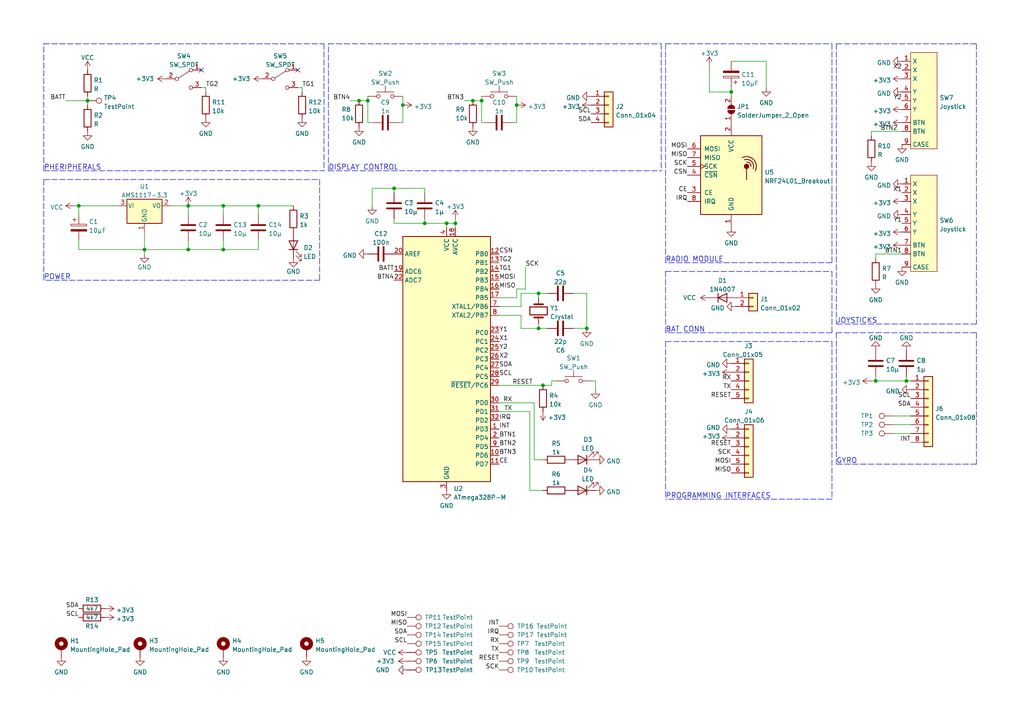
<source format=kicad_sch>
(kicad_sch (version 20211123) (generator eeschema)
  (paper "A4")
  (title_block (title "RC Transmitter") (date "2022-06-02") (rev "1"))
  (lib_symbols
    (symbol "Connector:TestPoint" (pin_numbers hide) (pin_names (offset 0.762) hide)
      (property "Reference" "TP" (at 0 6.858 0))
      (property "Value" "TestPoint" (at 0 5.08 0))
      (symbol "TestPoint_1_1"
        (pin passive line (at 0 0 90) (length 2.54) (name "1") (number "1"))
      )
    )
    (symbol "Connector_Generic:Conn_01x02" (pin_names (offset 1.016) hide)
      (property "Reference" "J" (at 0 2.54 0))
      (property "Value" "Conn_01x02" (at 0 -5.08 0))
      (symbol "Conn_01x02_1_1"
        (pin passive line (at -5.08 0 0) (length 3.81) (name "Pin_1") (number "1"))
        (pin passive line (at -5.08 -2.54 0) (length 3.81) (name "Pin_2") (number "2"))
      )
    )
    (symbol "Connector_Generic:Conn_01x04" (pin_names (offset 1.016) hide)
      (property "Reference" "J" (at 0 5.08 0))
      (property "Value" "Conn_01x04" (at 0 -7.62 0))
      (symbol "Conn_01x04_1_1"
        (pin passive line (at -5.08 2.54 0) (length 3.81) (name "Pin_1") (number "1"))
        (pin passive line (at -5.08 0 0) (length 3.81) (name "Pin_2") (number "2"))
        (pin passive line (at -5.08 -2.54 0) (length 3.81) (name "Pin_3") (number "3"))
        (pin passive line (at -5.08 -5.08 0) (length 3.81) (name "Pin_4") (number "4"))
      )
    )
    (symbol "Connector_Generic:Conn_01x05" (pin_names (offset 1.016) hide)
      (property "Reference" "J" (at 0 7.62 0))
      (property "Value" "Conn_01x05" (at 0 -7.62 0))
      (symbol "Conn_01x05_1_1"
        (pin passive line (at -5.08 5.08 0) (length 3.81) (name "Pin_1") (number "1"))
        (pin passive line (at -5.08 2.54 0) (length 3.81) (name "Pin_2") (number "2"))
        (pin passive line (at -5.08 0 0) (length 3.81) (name "Pin_3") (number "3"))
        (pin passive line (at -5.08 -2.54 0) (length 3.81) (name "Pin_4") (number "4"))
        (pin passive line (at -5.08 -5.08 0) (length 3.81) (name "Pin_5") (number "5"))
      )
    )
    (symbol "Connector_Generic:Conn_01x06" (pin_names (offset 1.016) hide)
      (property "Reference" "J" (at 0 7.62 0))
      (property "Value" "Conn_01x06" (at 0 -10.16 0))
      (symbol "Conn_01x06_1_1"
        (pin passive line (at -5.08 5.08 0) (length 3.81) (name "Pin_1") (number "1"))
        (pin passive line (at -5.08 2.54 0) (length 3.81) (name "Pin_2") (number "2"))
        (pin passive line (at -5.08 0 0) (length 3.81) (name "Pin_3") (number "3"))
        (pin passive line (at -5.08 -2.54 0) (length 3.81) (name "Pin_4") (number "4"))
        (pin passive line (at -5.08 -5.08 0) (length 3.81) (name "Pin_5") (number "5"))
        (pin passive line (at -5.08 -7.62 0) (length 3.81) (name "Pin_6") (number "6"))
      )
    )
    (symbol "Connector_Generic:Conn_01x08" (pin_names (offset 1.016) hide)
      (property "Reference" "J" (at 0 10.16 0))
      (property "Value" "Conn_01x08" (at 0 -12.7 0))
      (symbol "Conn_01x08_1_1"
        (pin passive line (at -5.08 7.62 0) (length 3.81) (name "Pin_1") (number "1"))
        (pin passive line (at -5.08 5.08 0) (length 3.81) (name "Pin_2") (number "2"))
        (pin passive line (at -5.08 2.54 0) (length 3.81) (name "Pin_3") (number "3"))
        (pin passive line (at -5.08 0 0) (length 3.81) (name "Pin_4") (number "4"))
        (pin passive line (at -5.08 -2.54 0) (length 3.81) (name "Pin_5") (number "5"))
        (pin passive line (at -5.08 -5.08 0) (length 3.81) (name "Pin_6") (number "6"))
        (pin passive line (at -5.08 -7.62 0) (length 3.81) (name "Pin_7") (number "7"))
        (pin passive line (at -5.08 -10.16 0) (length 3.81) (name "Pin_8") (number "8"))
      )
    )
    (symbol "Device:C" (pin_numbers hide) (pin_names (offset 0.254))
      (property "Reference" "C" (at 0.635 2.54 0))
      (property "Value" "C" (at 0.635 -2.54 0))
      (symbol "C_1_1"
        (pin passive line (at 0 3.81 270) (length 2.794) (name "~") (number "1"))
        (pin passive line (at 0 -3.81 90) (length 2.794) (name "~") (number "2"))
      )
    )
    (symbol "Device:C_Polarized" (pin_numbers hide) (pin_names (offset 0.254))
      (property "Reference" "C" (at 0.635 2.54 0))
      (property "Value" "C_Polarized" (at 0.635 -2.54 0))
      (symbol "C_Polarized_1_1"
        (pin passive line (at 0 3.81 270) (length 2.794) (name "~") (number "1"))
        (pin passive line (at 0 -3.81 90) (length 2.794) (name "~") (number "2"))
      )
    )
    (symbol "Device:Crystal" (pin_numbers hide) (pin_names (offset 1.016) hide)
      (property "Reference" "Y" (at 0 3.81 0))
      (property "Value" "Crystal" (at 0 -3.81 0))
      (symbol "Crystal_1_1"
        (pin passive line (at -3.81 0 0) (length 1.27) (name "1") (number "1"))
        (pin passive line (at 3.81 0 180) (length 1.27) (name "2") (number "2"))
      )
    )
    (symbol "Device:D" (pin_numbers hide) (pin_names (offset 1.016) hide)
      (property "Reference" "D" (at 0 2.54 0))
      (property "Value" "D" (at 0 -2.54 0))
      (symbol "D_1_1"
        (pin passive line (at -3.81 0 0) (length 2.54) (name "K") (number "1"))
        (pin passive line (at 3.81 0 180) (length 2.54) (name "A") (number "2"))
      )
    )
    (symbol "Device:LED" (pin_numbers hide) (pin_names (offset 1.016) hide)
      (property "Reference" "D" (at 0 2.54 0))
      (property "Value" "LED" (at 0 -2.54 0))
      (symbol "LED_1_1"
        (pin passive line (at -3.81 0 0) (length 2.54) (name "K") (number "1"))
        (pin passive line (at 3.81 0 180) (length 2.54) (name "A") (number "2"))
      )
    )
    (symbol "Device:R" (pin_numbers hide) (pin_names (offset 0))
      (property "Reference" "R" (at 2.032 0 90))
      (property "Value" "R" (at 0 0 90))
      (symbol "R_1_1"
        (pin passive line (at 0 3.81 270) (length 1.27) (name "~") (number "1"))
        (pin passive line (at 0 -3.81 90) (length 1.27) (name "~") (number "2"))
      )
    )
    (symbol "Joystick_1"
      (property "Reference" "SW?" (at 0 7.62 0))
      (property "Value" "Joystick_1" (at 1.27 5.08 0))
      (symbol "Joystick_1_1_1"
        (pin input line (at -5.08 1.27 0) (length 2.54) (name "X") (number "1"))
        (pin input line (at -5.08 -1.27 0) (length 2.54) (name "X") (number "2"))
        (pin input line (at -5.08 -3.81 0) (length 2.54) (name "X") (number "3"))
        (pin input line (at -5.08 -7.62 0) (length 2.54) (name "Y") (number "4"))
        (pin input line (at -5.08 -10.16 0) (length 2.54) (name "Y") (number "5"))
        (pin input line (at -5.08 -12.7 0) (length 2.54) (name "Y") (number "6"))
        (pin input line (at -5.08 -16.51 0) (length 2.54) (name "BTN") (number "7"))
        (pin input line (at -5.08 -19.05 0) (length 2.54) (name "BTN") (number "8"))
        (pin input line (at -5.08 -22.86 0) (length 2.54) (name "CASE") (number "9"))
      )
    )
    (symbol "Joystick_2"
      (property "Reference" "SW?" (at 0 7.62 0))
      (property "Value" "Joystick_2" (at 1.27 5.08 0))
      (symbol "Joystick_2_1_1"
        (pin input line (at -5.08 1.27 0) (length 2.54) (name "X") (number "1"))
        (pin input line (at -5.08 -1.27 0) (length 2.54) (name "X") (number "2"))
        (pin input line (at -5.08 -3.81 0) (length 2.54) (name "X") (number "3"))
        (pin input line (at -5.08 -7.62 0) (length 2.54) (name "Y") (number "4"))
        (pin input line (at -5.08 -10.16 0) (length 2.54) (name "Y") (number "5"))
        (pin input line (at -5.08 -12.7 0) (length 2.54) (name "Y") (number "6"))
        (pin input line (at -5.08 -16.51 0) (length 2.54) (name "BTN") (number "7"))
        (pin input line (at -5.08 -19.05 0) (length 2.54) (name "BTN") (number "8"))
        (pin input line (at -5.08 -22.86 0) (length 2.54) (name "CASE") (number "9"))
      )
    )
    (symbol "Jumper:SolderJumper_2_Open" (pin_names (offset 0) hide)
      (property "Reference" "JP" (at 0 2.032 0))
      (property "Value" "SolderJumper_2_Open" (at 0 -2.54 0))
      (symbol "SolderJumper_2_Open_1_1"
        (pin passive line (at -3.81 0 0) (length 2.54) (name "A") (number "1"))
        (pin passive line (at 3.81 0 180) (length 2.54) (name "B") (number "2"))
      )
    )
    (symbol "MCU_Microchip_ATmega:ATmega328P-M"
      (property "Reference" "U" (at -12.7 36.83 0))
      (property "Value" "ATmega328P-M" (at 2.54 -36.83 0))
      (symbol "ATmega328P-M_1_1"
        (pin bidirectional line (at 15.24 -20.32 180) (length 2.54) (name "PD3") (number "1"))
        (pin bidirectional line (at 15.24 -27.94 180) (length 2.54) (name "PD6") (number "10"))
        (pin bidirectional line (at 15.24 -30.48 180) (length 2.54) (name "PD7") (number "11"))
        (pin bidirectional line (at 15.24 30.48 180) (length 2.54) (name "PB0") (number "12"))
        (pin bidirectional line (at 15.24 27.94 180) (length 2.54) (name "PB1") (number "13"))
        (pin bidirectional line (at 15.24 25.4 180) (length 2.54) (name "PB2") (number "14"))
        (pin bidirectional line (at 15.24 22.86 180) (length 2.54) (name "PB3") (number "15"))
        (pin bidirectional line (at 15.24 20.32 180) (length 2.54) (name "PB4") (number "16"))
        (pin bidirectional line (at 15.24 17.78 180) (length 2.54) (name "PB5") (number "17"))
        (pin power_in line (at 2.54 38.1 270) (length 2.54) (name "AVCC") (number "18"))
        (pin input line (at -15.24 25.4 0) (length 2.54) (name "ADC6") (number "19"))
        (pin bidirectional line (at 15.24 -22.86 180) (length 2.54) (name "PD4") (number "2"))
        (pin passive line (at -15.24 30.48 0) (length 2.54) (name "AREF") (number "20"))
        (pin passive line (at 0 -38.1 90) (length 2.54) hide (name "GND") (number "21"))
        (pin input line (at -15.24 22.86 0) (length 2.54) (name "ADC7") (number "22"))
        (pin bidirectional line (at 15.24 7.62 180) (length 2.54) (name "PC0") (number "23"))
        (pin bidirectional line (at 15.24 5.08 180) (length 2.54) (name "PC1") (number "24"))
        (pin bidirectional line (at 15.24 2.54 180) (length 2.54) (name "PC2") (number "25"))
        (pin bidirectional line (at 15.24 0 180) (length 2.54) (name "PC3") (number "26"))
        (pin bidirectional line (at 15.24 -2.54 180) (length 2.54) (name "PC4") (number "27"))
        (pin bidirectional line (at 15.24 -5.08 180) (length 2.54) (name "PC5") (number "28"))
        (pin bidirectional line (at 15.24 -7.62 180) (length 2.54) (name "~{RESET}/PC6") (number "29"))
        (pin power_in line (at 0 -38.1 90) (length 2.54) (name "GND") (number "3"))
        (pin bidirectional line (at 15.24 -12.7 180) (length 2.54) (name "PD0") (number "30"))
        (pin bidirectional line (at 15.24 -15.24 180) (length 2.54) (name "PD1") (number "31"))
        (pin bidirectional line (at 15.24 -17.78 180) (length 2.54) (name "PD2") (number "32"))
        (pin passive line (at 0 -38.1 90) (length 2.54) hide (name "GND") (number "33"))
        (pin power_in line (at 0 38.1 270) (length 2.54) (name "VCC") (number "4"))
        (pin passive line (at 0 -38.1 90) (length 2.54) hide (name "GND") (number "5"))
        (pin passive line (at 0 38.1 270) (length 2.54) hide (name "VCC") (number "6"))
        (pin bidirectional line (at 15.24 15.24 180) (length 2.54) (name "XTAL1/PB6") (number "7"))
        (pin bidirectional line (at 15.24 12.7 180) (length 2.54) (name "XTAL2/PB7") (number "8"))
        (pin bidirectional line (at 15.24 -25.4 180) (length 2.54) (name "PD5") (number "9"))
      )
    )
    (symbol "Mechanical:MountingHole_Pad" (pin_numbers hide) (pin_names (offset 1.016) hide)
      (property "Reference" "H" (at 0 6.35 0))
      (property "Value" "MountingHole_Pad" (at 0 4.445 0))
      (symbol "MountingHole_Pad_1_1"
        (pin input line (at 0 -2.54 90) (length 2.54) (name "1") (number "1"))
      )
    )
    (symbol "RF:NRF24L01_Breakout" (pin_names (offset 1.016))
      (property "Reference" "U" (at -8.89 12.7 0))
      (property "Value" "NRF24L01_Breakout" (at 3.81 12.7 0))
      (symbol "NRF24L01_Breakout_1_1"
        (pin power_in line (at 0 -15.24 90) (length 3.81) (name "GND") (number "1"))
        (pin power_in line (at 0 15.24 270) (length 3.81) (name "VCC") (number "2"))
        (pin input line (at -12.7 -5.08 0) (length 3.81) (name "CE") (number "3"))
        (pin input line (at -12.7 0 0) (length 3.81) (name "~{CSN}") (number "4"))
        (pin input clock (at -12.7 2.54 0) (length 3.81) (name "SCK") (number "5"))
        (pin input line (at -12.7 7.62 0) (length 3.81) (name "MOSI") (number "6"))
        (pin output line (at -12.7 5.08 0) (length 3.81) (name "MISO") (number "7"))
        (pin output line (at -12.7 -7.62 0) (length 3.81) (name "IRQ") (number "8"))
      )
    )
    (symbol "Regulator_Linear:AMS1117-3.3" (pin_names (offset 0.254))
      (property "Reference" "U" (at -3.81 3.175 0))
      (property "Value" "AMS1117-3.3" (at 0 3.175 0))
      (symbol "AMS1117-3.3_1_1"
        (pin power_in line (at 0 -7.62 90) (length 2.54) (name "GND") (number "1"))
        (pin power_out line (at 7.62 0 180) (length 2.54) (name "VO") (number "2"))
        (pin power_in line (at -7.62 0 0) (length 2.54) (name "VI") (number "3"))
      )
    )
    (symbol "Switch:SW_Push" (pin_numbers hide) (pin_names (offset 1.016) hide)
      (property "Reference" "SW" (at 1.27 2.54 0))
      (property "Value" "SW_Push" (at 0 -1.524 0))
      (symbol "SW_Push_0_1"
        (pin passive line (at -5.08 0 0) (length 2.54) (name "1") (number "1"))
        (pin passive line (at 5.08 0 180) (length 2.54) (name "2") (number "2"))
      )
    )
    (symbol "Switch:SW_SPDT" (pin_names (offset 0) hide)
      (property "Reference" "SW" (at 0 4.318 0))
      (property "Value" "SW_SPDT" (at 0 -5.08 0))
      (symbol "SW_SPDT_1_1"
        (pin passive line (at 5.08 2.54 180) (length 2.54) (name "A") (number "1"))
        (pin passive line (at -5.08 0 0) (length 2.54) (name "B") (number "2"))
        (pin passive line (at 5.08 -2.54 180) (length 2.54) (name "C") (number "3"))
      )
    )
    (symbol "power:+3.3V" (power) (pin_names (offset 0))
      (property "Value" "+3.3V" (at 0 3.556 0))
      (symbol "+3.3V_1_1"
        (pin power_in line (at 0 0 90) (length 0) hide (name "+3V3") (number "1"))
      )
    )
    (symbol "power:GND" (power) (pin_names (offset 0))
      (property "Value" "GND" (at 0 -3.81 0))
      (symbol "GND_1_1"
        (pin power_in line (at 0 0 270) (length 0) hide (name "GND") (number "1"))
      )
    )
    (symbol "power:VCC" (power) (pin_names (offset 0))
      (property "Value" "VCC" (at 0 3.81 0))
      (symbol "VCC_1_1"
        (pin power_in line (at 0 0 90) (length 0) hide (name "VCC") (number "1"))
      )
    )
  )
  (junction (at 129.54 64.77))
  (junction (at 156.21 85.09))
  (junction (at 64.77 72.39))
  (junction (at 132.08 64.77))
  (junction (at 262.89 110.49))
  (junction (at 114.3 54.61))
  (junction (at 74.93 59.69))
  (junction (at 170.18 95.25))
  (junction (at 25.4 29.21))
  (junction (at 123.19 64.77))
  (junction (at 212.09 26.67))
  (junction (at 106.68 29.21))
  (junction (at 149.86 30.48))
  (junction (at 64.77 59.69))
  (junction (at 41.91 72.39))
  (junction (at 116.84 30.48))
  (junction (at 156.21 95.25))
  (junction (at 137.16 29.21))
  (junction (at 254 110.49))
  (junction (at 157.48 111.76))
  (junction (at 139.7 29.21))
  (junction (at 54.61 59.69))
  (junction (at 104.14 29.21))
  (junction (at 54.61 72.39))
  (junction (at 22.86 59.69))
  (no_connect (at 86.36 20.32))
  (no_connect (at 58.42 20.32))
  (polyline (pts (xy 193.04 12.7) (xy 241.3 12.7)))
  (wire (pts (xy 259.08 125.73) (xy 264.16 125.73)))
  (polyline (pts (xy 92.71 81.28) (xy 12.7 81.28)))
  (polyline (pts (xy 93.98 12.7) (xy 93.98 49.53)))
  (wire (pts (xy 205.74 19.05) (xy 205.74 26.67)))
  (wire (pts (xy 58.42 25.4) (xy 59.69 25.4)))
  (polyline (pts (xy 241.3 99.06) (xy 241.3 144.78)))
  (wire (pts (xy 19.05 29.21) (xy 25.4 29.21)))
  (wire (pts (xy 212.09 25.4) (xy 212.09 26.67)))
  (wire (pts (xy 156.21 85.09) (xy 156.21 86.36)))
  (wire (pts (xy 25.4 27.94) (xy 25.4 29.21)))
  (wire (pts (xy 101.6 29.21) (xy 104.14 29.21)))
  (polyline (pts (xy 95.25 12.7) (xy 191.77 12.7)))
  (wire (pts (xy 254 73.66) (xy 261.62 73.66)))
  (wire (pts (xy 212.09 17.78) (xy 222.25 17.78)))
  (wire (pts (xy 171.45 110.49) (xy 172.72 110.49)))
  (wire (pts (xy 54.61 59.69) (xy 64.77 59.69)))
  (wire (pts (xy 158.75 85.09) (xy 156.21 85.09)))
  (wire (pts (xy 114.3 54.61) (xy 114.3 55.88)))
  (wire (pts (xy 156.21 95.25) (xy 158.75 95.25)))
  (wire (pts (xy 74.93 59.69) (xy 85.09 59.69)))
  (polyline (pts (xy 241.3 12.7) (xy 241.3 76.2)))
  (wire (pts (xy 41.91 67.31) (xy 41.91 72.39)))
  (polyline (pts (xy 12.7 49.53) (xy 12.7 12.7)))
  (wire (pts (xy 132.08 63.5) (xy 132.08 64.77)))
  (wire (pts (xy 157.48 133.35) (xy 154.94 133.35)))
  (polyline (pts (xy 241.3 76.2) (xy 193.04 76.2)))
  (polyline (pts (xy 193.04 99.06) (xy 241.3 99.06)))
  (wire (pts (xy 21.59 59.69) (xy 22.86 59.69)))
  (wire (pts (xy 123.19 54.61) (xy 123.19 55.88)))
  (wire (pts (xy 34.29 59.69) (xy 22.86 59.69)))
  (wire (pts (xy 166.37 95.25) (xy 170.18 95.25)))
  (wire (pts (xy 139.7 35.56) (xy 140.97 35.56)))
  (polyline (pts (xy 193.04 78.74) (xy 193.04 96.52)))
  (polyline (pts (xy 283.21 134.62) (xy 242.57 134.62)))
  (wire (pts (xy 74.93 59.69) (xy 74.93 62.23)))
  (wire (pts (xy 153.67 119.38) (xy 144.78 119.38)))
  (wire (pts (xy 22.86 59.69) (xy 22.86 62.23)))
  (wire (pts (xy 254 109.22) (xy 254 110.49)))
  (wire (pts (xy 212.09 26.67) (xy 212.09 27.94)))
  (wire (pts (xy 161.29 110.49) (xy 160.02 110.49)))
  (wire (pts (xy 259.08 123.19) (xy 264.16 123.19)))
  (polyline (pts (xy 242.57 12.7) (xy 283.21 12.7)))
  (wire (pts (xy 151.13 85.09) (xy 151.13 88.9)))
  (wire (pts (xy 156.21 93.98) (xy 156.21 95.25)))
  (wire (pts (xy 160.02 110.49) (xy 160.02 111.76)))
  (wire (pts (xy 106.68 29.21) (xy 106.68 35.56)))
  (polyline (pts (xy 95.25 49.53) (xy 95.25 12.7)))
  (wire (pts (xy 114.3 54.61) (xy 123.19 54.61)))
  (wire (pts (xy 149.86 35.56) (xy 148.59 35.56)))
  (wire (pts (xy 132.08 66.04) (xy 132.08 64.77)))
  (wire (pts (xy 54.61 72.39) (xy 41.91 72.39)))
  (wire (pts (xy 172.72 110.49) (xy 172.72 113.03)))
  (wire (pts (xy 144.78 91.44) (xy 151.13 91.44)))
  (wire (pts (xy 59.69 25.4) (xy 59.69 26.67)))
  (polyline (pts (xy 95.25 49.53) (xy 191.77 49.53)))
  (polyline (pts (xy 12.7 52.07) (xy 92.71 52.07)))
  (wire (pts (xy 114.3 63.5) (xy 114.3 64.77)))
  (wire (pts (xy 64.77 59.69) (xy 64.77 62.23)))
  (wire (pts (xy 154.94 133.35) (xy 154.94 116.84)))
  (wire (pts (xy 254 110.49) (xy 262.89 110.49)))
  (wire (pts (xy 151.13 91.44) (xy 151.13 95.25)))
  (polyline (pts (xy 193.04 78.74) (xy 241.3 78.74)))
  (polyline (pts (xy 242.57 96.52) (xy 283.21 96.52)))
  (polyline (pts (xy 92.71 52.07) (xy 92.71 81.28)))
  (wire (pts (xy 149.86 83.82) (xy 149.86 86.36)))
  (wire (pts (xy 134.62 29.21) (xy 137.16 29.21)))
  (wire (pts (xy 157.48 142.24) (xy 153.67 142.24)))
  (wire (pts (xy 154.94 116.84) (xy 144.78 116.84)))
  (wire (pts (xy 64.77 69.85) (xy 64.77 72.39)))
  (wire (pts (xy 139.7 27.94) (xy 139.7 29.21)))
  (wire (pts (xy 151.13 95.25) (xy 156.21 95.25)))
  (wire (pts (xy 86.36 25.4) (xy 87.63 25.4)))
  (wire (pts (xy 22.86 69.85) (xy 22.86 72.39)))
  (wire (pts (xy 205.74 26.67) (xy 212.09 26.67)))
  (wire (pts (xy 252.73 39.37) (xy 252.73 38.1)))
  (wire (pts (xy 139.7 29.21) (xy 139.7 35.56)))
  (wire (pts (xy 64.77 59.69) (xy 74.93 59.69)))
  (wire (pts (xy 262.89 110.49) (xy 262.89 109.22)))
  (wire (pts (xy 106.68 35.56) (xy 107.95 35.56)))
  (wire (pts (xy 123.19 64.77) (xy 129.54 64.77)))
  (wire (pts (xy 22.86 72.39) (xy 41.91 72.39)))
  (wire (pts (xy 152.4 83.82) (xy 149.86 83.82)))
  (wire (pts (xy 153.67 142.24) (xy 153.67 119.38)))
  (wire (pts (xy 144.78 111.76) (xy 157.48 111.76)))
  (polyline (pts (xy 12.7 52.07) (xy 12.7 81.28)))
  (wire (pts (xy 74.93 69.85) (xy 74.93 72.39)))
  (wire (pts (xy 137.16 29.21) (xy 139.7 29.21)))
  (wire (pts (xy 252.73 38.1) (xy 261.62 38.1)))
  (wire (pts (xy 25.4 29.21) (xy 25.4 30.48)))
  (wire (pts (xy 49.53 59.69) (xy 54.61 59.69)))
  (polyline (pts (xy 283.21 12.7) (xy 283.21 93.98)))
  (wire (pts (xy 259.08 120.65) (xy 264.16 120.65)))
  (polyline (pts (xy 283.21 93.98) (xy 242.57 93.98)))
  (wire (pts (xy 116.84 27.94) (xy 116.84 30.48)))
  (polyline (pts (xy 283.21 96.52) (xy 283.21 134.62)))
  (wire (pts (xy 152.4 77.47) (xy 152.4 83.82)))
  (wire (pts (xy 132.08 64.77) (xy 129.54 64.77)))
  (polyline (pts (xy 12.7 12.7) (xy 93.98 12.7)))
  (wire (pts (xy 144.78 86.36) (xy 149.86 86.36)))
  (wire (pts (xy 254 74.93) (xy 254 73.66)))
  (polyline (pts (xy 242.57 96.52) (xy 242.57 134.62)))
  (wire (pts (xy 87.63 25.4) (xy 87.63 26.67)))
  (wire (pts (xy 149.86 30.48) (xy 149.86 35.56)))
  (wire (pts (xy 149.86 27.94) (xy 149.86 30.48)))
  (wire (pts (xy 54.61 69.85) (xy 54.61 72.39)))
  (polyline (pts (xy 193.04 99.06) (xy 193.04 144.78)))
  (wire (pts (xy 107.95 54.61) (xy 107.95 59.69)))
  (wire (pts (xy 41.91 72.39) (xy 41.91 73.66)))
  (polyline (pts (xy 241.3 78.74) (xy 241.3 96.52)))
  (wire (pts (xy 252.73 110.49) (xy 254 110.49)))
  (wire (pts (xy 74.93 72.39) (xy 64.77 72.39)))
  (polyline (pts (xy 12.7 49.53) (xy 93.98 49.53)))
  (wire (pts (xy 156.21 85.09) (xy 151.13 85.09)))
  (wire (pts (xy 114.3 64.77) (xy 123.19 64.77)))
  (polyline (pts (xy 191.77 12.7) (xy 191.77 49.53)))
  (wire (pts (xy 54.61 59.69) (xy 54.61 62.23)))
  (wire (pts (xy 116.84 35.56) (xy 115.57 35.56)))
  (polyline (pts (xy 242.57 12.7) (xy 242.57 93.98)))
  (wire (pts (xy 264.16 110.49) (xy 262.89 110.49)))
  (wire (pts (xy 104.14 29.21) (xy 106.68 29.21)))
  (wire (pts (xy 129.54 64.77) (xy 129.54 66.04)))
  (wire (pts (xy 116.84 30.48) (xy 116.84 35.56)))
  (wire (pts (xy 123.19 63.5) (xy 123.19 64.77)))
  (wire (pts (xy 222.25 17.78) (xy 222.25 25.4)))
  (wire (pts (xy 157.48 111.76) (xy 160.02 111.76)))
  (polyline (pts (xy 241.3 144.78) (xy 193.04 144.78)))
  (wire (pts (xy 151.13 88.9) (xy 144.78 88.9)))
  (wire (pts (xy 166.37 85.09) (xy 170.18 85.09)))
  (polyline (pts (xy 241.3 96.52) (xy 193.04 96.52)))
  (wire (pts (xy 106.68 27.94) (xy 106.68 29.21)))
  (polyline (pts (xy 193.04 12.7) (xy 193.04 76.2)))
  (wire (pts (xy 170.18 85.09) (xy 170.18 95.25)))
  (wire (pts (xy 64.77 72.39) (xy 54.61 72.39)))
  (wire (pts (xy 107.95 54.61) (xy 114.3 54.61)))
  (text "PROGRAMMING INTERFACES" (at 193.04 144.78 0) (effects (font (size 1.5 1.5)) (justify left bottom)))
  (text "PHERIPHERALS" (at 12.7 49.53 0) (effects (font (size 1.5 1.5)) (justify left bottom)))
  (text "JOYSTICKS" (at 242.57 93.98 0) (effects (font (size 1.5 1.5)) (justify left bottom)))
  (text "GYRO" (at 242.57 134.62 0) (effects (font (size 1.5 1.5)) (justify left bottom)))
  (text "RADIO MODULE" (at 193.04 76.2 0) (effects (font (size 1.5 1.5)) (justify left bottom)))
  (text "BAT CONN" (at 193.04 96.52 0) (effects (font (size 1.5 1.5)) (justify left bottom)))
  (text "DISPLAY CONTROL" (at 95.25 49.53 0) (effects (font (size 1.5 1.5)) (justify left bottom)))
  (text "POWER" (at 12.7 81.28 0) (effects (font (size 1.5 1.5)) (justify left bottom)))
  (label "TX" (at 144.78 189.23 180))
  (label "SDA" (at 118.11 184.15 180))
  (label "X2" (at 261.62 20.32 180))
  (label "TX" (at 212.09 113.03 180))
  (label "SCK" (at 144.78 194.31 180))
  (label "SCL" (at 171.45 33.02 180))
  (label "BTN2" (at 144.78 129.54 0))
  (label "CE" (at 199.39 55.88 180))
  (label "IRQ" (at 144.78 121.92 0))
  (label "SDA" (at 144.78 106.68 0))
  (label "SDA" (at 264.16 118.11 180))
  (label "Y1" (at 144.78 96.52 0))
  (label "SCL" (at 118.11 186.69 180))
  (label "X1" (at 144.78 99.06 0))
  (label "RESET" (at 212.09 115.57 180))
  (label "MOSI" (at 212.09 134.62 180))
  (label "RESET" (at 212.09 129.54 180))
  (label "SCK" (at 212.09 132.08 180))
  (label "MISO" (at 118.11 181.61 180))
  (label "MOSI" (at 118.11 179.07 180))
  (label "MOSI" (at 199.39 43.18 180))
  (label "MISO" (at 144.78 83.82 0))
  (label "IRQ" (at 144.78 184.15 180))
  (label "BTN4" (at 114.3 81.28 180))
  (label "SCL" (at 22.86 179.07 180))
  (label "RESET" (at 144.78 191.77 180))
  (label "TX" (at 148.59 119.38 180))
  (label "TG1" (at 87.63 25.4 0))
  (label "BTN4" (at 101.6 29.21 180))
  (label "INT" (at 144.78 124.46 0))
  (label "RX" (at 212.09 110.49 180))
  (label "Y1" (at 261.62 64.77 180))
  (label "X1" (at 261.62 55.88 180))
  (label "BTN3" (at 144.78 132.08 0))
  (label "SCK" (at 152.4 77.47 0))
  (label "IRQ" (at 199.39 58.42 180))
  (label "SCL" (at 264.16 115.57 180))
  (label "Y2" (at 144.78 101.6 0))
  (label "SCL" (at 144.78 109.22 0))
  (label "BTN2" (at 260.35 38.1 180))
  (label "CSN" (at 199.39 50.8 180))
  (label "INT" (at 144.78 181.61 180))
  (label "BTN1" (at 261.62 73.66 180))
  (label "Y2" (at 261.62 29.21 180))
  (label "MOSI" (at 144.78 81.28 0))
  (label "X2" (at 144.78 104.14 0))
  (label "RX" (at 144.78 186.69 180))
  (label "MISO" (at 212.09 137.16 180))
  (label "BTN3" (at 134.62 29.21 180))
  (label "RESET" (at 148.59 111.76 0))
  (label "SDA" (at 22.86 176.53 180))
  (label "INT" (at 264.16 128.27 180))
  (label "MISO" (at 199.39 45.72 180))
  (label "BATT" (at 19.05 29.21 180))
  (label "SDA" (at 171.45 35.56 180))
  (label "TG2" (at 144.78 76.2 0))
  (label "RX" (at 148.59 116.84 180))
  (label "SCK" (at 199.39 48.26 180))
  (label "BATT" (at 114.3 78.74 180))
  (label "TG2" (at 59.69 25.4 0))
  (label "BTN1" (at 144.78 127 0))
  (label "CE" (at 144.78 134.62 0))
  (label "TG1" (at 144.78 78.74 0))
  (label "CSN" (at 144.78 73.66 0))
  (symbol (lib_id "Connector:TestPoint") (at 259.08 120.65 90) (unit 1)
    (property "Reference" "TP1" (at 251.46 120.65 90))
    (property "Value" "TestPoint" (effects hide))
    (property "Footprint" "TestPoint:TestPoint_Pad_D1.5mm" (effects hide))
  )
  (symbol (lib_id "power:GND") (at 262.89 101.6 180) (unit 1)
    (property "Reference" "#PWR0101" (effects hide))
    (property "Value" "GND" (at 262.89 98.0242 0))
  )
  (symbol (lib_id "Connector:TestPoint") (at 25.4 29.21 270) (unit 1)
    (property "Reference" "TP4" (at 30.099 28.3753 90) (effects (justify left)))
    (property "Value" "TestPoint" (at 30.099 30.9122 90) (effects (justify left)))
    (property "Footprint" "TestPoint:TestPoint_THTPad_1.0x1.0mm_Drill0.5mm" (effects hide))
  )
  (symbol (lib_id "power:GND") (at 264.16 113.03 270) (unit 1)
    (property "Reference" "#PWR0141" (effects hide))
    (property "Value" "GND" (at 260.9851 113.4638 90) (effects (justify right)))
  )
  (symbol (lib_id "Jumper:SolderJumper_2_Open") (at 212.09 31.75 90) (unit 1)
    (property "Reference" "JP1" (at 213.741 30.9153 90) (effects (justify right)))
    (property "Value" "SolderJumper_2_Open" (at 213.741 33.4522 90) (effects (justify right)))
    (property "Footprint" "Jumper:SolderJumper-2_P1.3mm_Open_TrianglePad1.0x1.5mm" (effects hide))
  )
  (symbol (lib_id "Connector:TestPoint") (at 118.11 194.31 270) (unit 1)
    (property "Reference" "TP13" (at 128.27 194.31 90) (effects (justify right)))
    (property "Value" "TestPoint" (at 137.16 194.31 90) (effects (justify right)))
    (property "Footprint" "TestPoint:TestPoint_THTPad_1.0x1.0mm_Drill0.5mm" (effects hide))
  )
  (symbol (lib_id "Device:C") (at 110.49 73.66 90) (unit 1)
    (property "Reference" "C12" (at 110.49 67.8012 90))
    (property "Value" "100n" (at 110.49 70.3381 90))
    (property "Footprint" "Capacitor_SMD:C_0805_2012Metric_Pad1.18x1.45mm_HandSolder" (effects hide))
  )
  (symbol (lib_id "Mechanical:MountingHole_Pad") (at 64.77 187.96 0) (unit 1)
    (property "Reference" "H4" (at 67.31 185.8553 0) (effects (justify left)))
    (property "Value" "MountingHole_Pad" (at 67.31 188.3922 0) (effects (justify left)))
    (property "Footprint" "MountingHole:MountingHole_3.2mm_M3_Pad_Via" (effects hide))
  )
  (symbol (lib_id "power:GND") (at 64.77 190.5 0) (unit 1)
    (property "Reference" "#PWR0150" (effects hide))
    (property "Value" "GND" (at 64.77 194.9434 0))
  )
  (symbol (lib_id "power:GND") (at 261.62 41.91 0) (unit 1)
    (property "Reference" "#PWR011" (effects hide))
    (property "Value" "GND" (at 261.62 46.3534 0))
  )
  (symbol (lib_id "Connector:TestPoint") (at 144.78 189.23 270) (unit 1)
    (property "Reference" "TP8" (at 149.86 189.23 90) (effects (justify left)))
    (property "Value" "TestPoint" (at 154.94 189.23 90) (effects (justify left)))
    (property "Footprint" "TestPoint:TestPoint_THTPad_1.0x1.0mm_Drill0.5mm" (effects hide))
  )
  (symbol (lib_id "power:GND") (at 137.16 36.83 0) (unit 1)
    (property "Reference" "#PWR0117" (effects hide))
    (property "Value" "GND" (at 137.16 41.2734 0))
  )
  (symbol (lib_id "power:GND") (at 170.18 95.25 0) (unit 1)
    (property "Reference" "#PWR0107" (effects hide))
    (property "Value" "GND" (at 170.18 99.6934 0))
  )
  (symbol (lib_id "power:GND") (at 261.62 77.47 0) (unit 1)
    (property "Reference" "#PWR010" (effects hide))
    (property "Value" "GND" (at 261.62 81.9134 0))
  )
  (symbol (lib_id "Device:C") (at 162.56 85.09 90) (unit 1)
    (property "Reference" "C5" (at 162.56 79.2312 90))
    (property "Value" "22p" (at 162.56 81.7681 90))
    (property "Footprint" "Capacitor_SMD:C_0805_2012Metric_Pad1.18x1.45mm_HandSolder" (effects hide))
  )
  (symbol (lib_id "Device:R") (at 87.63 30.48 0) (unit 1)
    (property "Reference" "R12" (at 89.408 29.6453 0) (effects (justify left)))
    (property "Value" "10k" (at 89.408 32.1822 0) (effects (justify left)))
    (property "Footprint" "Resistor_SMD:R_0805_2012Metric_Pad1.20x1.40mm_HandSolder" (effects hide))
  )
  (symbol (lib_id "power:GND") (at 106.68 73.66 270) (unit 1)
    (property "Reference" "#PWR01" (effects hide))
    (property "Value" "GND" (at 103.5051 74.0938 90) (effects (justify right)))
  )
  (symbol (lib_id "Connector:TestPoint") (at 144.78 186.69 270) (unit 1)
    (property "Reference" "TP7" (at 149.86 186.69 90) (effects (justify left)))
    (property "Value" "TestPoint" (at 154.94 186.69 90) (effects (justify left)))
    (property "Footprint" "TestPoint:TestPoint_THTPad_1.0x1.0mm_Drill0.5mm" (effects hide))
  )
  (symbol (lib_id "Device:C") (at 64.77 66.04 0) (unit 1)
    (property "Reference" "C13" (at 67.691 65.2053 0) (effects (justify left)))
    (property "Value" "10µ" (at 67.691 67.7422 0) (effects (justify left)))
    (property "Footprint" "Capacitor_SMD:C_0805_2012Metric_Pad1.18x1.45mm_HandSolder" (effects hide))
  )
  (symbol (lib_name "Joystick_2") (lib_id "RC_Trans:Joystick") (at 266.7 54.61 0) (unit 1)
    (property "Reference" "SW6" (at 272.4912 63.9353 0) (effects (justify left)))
    (property "Value" "Joystick" (at 272.4912 66.4722 0) (effects (justify left)))
    (property "Footprint" "RC_Transm:JoyStick" (effects hide))
  )
  (symbol (lib_id "Device:LED") (at 168.91 133.35 180) (unit 1)
    (property "Reference" "D3" (at 170.4975 127.4912 0))
    (property "Value" "LED" (at 170.4975 130.0281 0))
    (property "Footprint" "LED_SMD:LED_0805_2012Metric_Pad1.15x1.40mm_HandSolder" (effects hide))
  )
  (symbol (lib_id "power:GND") (at 172.72 133.35 90) (unit 1)
    (property "Reference" "#PWR0109" (effects hide))
    (property "Value" "GND" (at 175.895 133.7838 90) (effects (justify right)))
  )
  (symbol (lib_id "Connector:TestPoint") (at 118.11 184.15 270) (unit 1)
    (property "Reference" "TP14" (at 123.19 184.15 90) (effects (justify left)))
    (property "Value" "TestPoint" (at 128.27 184.15 90) (effects (justify left)))
    (property "Footprint" "TestPoint:TestPoint_THTPad_1.0x1.0mm_Drill0.5mm" (effects hide))
  )
  (symbol (lib_id "Device:R") (at 25.4 24.13 0) (unit 1)
    (property "Reference" "R1" (at 27.178 23.2953 0) (effects (justify left)))
    (property "Value" "R" (at 27.178 25.8322 0) (effects (justify left)))
    (property "Footprint" "Resistor_SMD:R_0805_2012Metric_Pad1.20x1.40mm_HandSolder" (effects hide))
  )
  (symbol (lib_id "Connector:TestPoint") (at 118.11 191.77 270) (unit 1)
    (property "Reference" "TP6" (at 127 191.77 90) (effects (justify right)))
    (property "Value" "TestPoint" (at 137.16 191.77 90) (effects (justify right)))
    (property "Footprint" "TestPoint:TestPoint_THTPad_1.0x1.0mm_Drill0.5mm" (effects hide))
  )
  (symbol (lib_id "power:+3.3V") (at 205.74 19.05 0) (unit 1)
    (property "Reference" "#PWR0103" (effects hide))
    (property "Value" "+3.3V" (at 205.74 15.4742 0))
  )
  (symbol (lib_id "power:GND") (at 87.63 34.29 0) (unit 1)
    (property "Reference" "#PWR0113" (effects hide))
    (property "Value" "GND" (at 87.63 38.7334 0))
  )
  (symbol (lib_id "Switch:SW_Push") (at 144.78 27.94 0) (unit 1)
    (property "Reference" "SW3" (at 144.78 21.3192 0))
    (property "Value" "SW_Push" (at 144.78 23.8561 0))
    (property "Footprint" "Button_Switch_THT:SW_PUSH_6mm" (effects hide))
  )
  (symbol (lib_id "Connector:TestPoint") (at 144.78 194.31 270) (unit 1)
    (property "Reference" "TP10" (at 149.86 194.31 90) (effects (justify left)))
    (property "Value" "TestPoint" (at 154.94 194.31 90) (effects (justify left)))
    (property "Footprint" "TestPoint:TestPoint_THTPad_1.0x1.0mm_Drill0.5mm" (effects hide))
  )
  (symbol (lib_id "Mechanical:MountingHole_Pad") (at 88.9 187.96 0) (unit 1)
    (property "Reference" "H5" (at 91.44 185.8553 0) (effects (justify left)))
    (property "Value" "MountingHole_Pad" (at 91.44 188.3922 0) (effects (justify left)))
    (property "Footprint" "MountingHole:MountingHole_3.2mm_M3_Pad_Via" (effects hide))
  )
  (symbol (lib_id "power:GND") (at 40.64 190.5 0) (unit 1)
    (property "Reference" "#PWR0151" (effects hide))
    (property "Value" "GND" (at 40.64 194.9434 0))
  )
  (symbol (lib_id "power:+3.3V") (at 261.62 22.86 90) (unit 1)
    (property "Reference" "#PWR0125" (effects hide))
    (property "Value" "+3.3V" (at 258.445 23.2938 90) (effects (justify left)))
  )
  (symbol (lib_id "Switch:SW_SPDT") (at 81.28 22.86 0) (unit 1)
    (property "Reference" "SW5" (at 81.28 16.2392 0))
    (property "Value" "SW_SPDT" (at 81.28 18.7761 0))
    (property "Footprint" "RC_Transm:Toggle_EdgeMount" (effects hide))
  )
  (symbol (lib_id "power:GND") (at 172.72 142.24 90) (unit 1)
    (property "Reference" "#PWR0110" (effects hide))
    (property "Value" "GND" (at 175.895 142.6738 90) (effects (justify right)))
  )
  (symbol (lib_id "Connector_Generic:Conn_01x02") (at 218.44 86.36 0) (unit 1)
    (property "Reference" "J1" (at 220.472 86.7953 0) (effects (justify left)))
    (property "Value" "Conn_01x02" (at 220.472 89.3322 0) (effects (justify left)))
    (property "Footprint" "Connector_PinHeader_2.00mm:PinHeader_1x02_P2.00mm_Vertical" (effects hide))
  )
  (symbol (lib_id "Connector:TestPoint") (at 118.11 181.61 270) (unit 1)
    (property "Reference" "TP12" (at 123.19 181.61 90) (effects (justify left)))
    (property "Value" "TestPoint" (at 128.27 181.61 90) (effects (justify left)))
    (property "Footprint" "TestPoint:TestPoint_THTPad_1.0x1.0mm_Drill0.5mm" (effects hide))
  )
  (symbol (lib_id "power:GND") (at 107.95 59.69 0) (unit 1)
    (property "Reference" "#PWR0129" (effects hide))
    (property "Value" "GND" (at 107.95 64.1334 0))
  )
  (symbol (lib_id "power:+3.3V") (at 261.62 35.56 90) (unit 1)
    (property "Reference" "#PWR0128" (effects hide))
    (property "Value" "+3.3V" (at 258.445 35.9938 90) (effects (justify left)))
  )
  (symbol (lib_id "power:VCC") (at 205.74 86.36 90) (unit 1)
    (property "Reference" "#PWR0133" (effects hide))
    (property "Value" "VCC" (at 201.93 86.36 90) (effects (justify left)))
  )
  (symbol (lib_id "power:GND") (at 88.9 190.5 0) (unit 1)
    (property "Reference" "#PWR0147" (effects hide))
    (property "Value" "GND" (at 88.9 194.9434 0))
  )
  (symbol (lib_id "Connector:TestPoint") (at 118.11 186.69 270) (unit 1)
    (property "Reference" "TP15" (at 123.19 186.69 90) (effects (justify left)))
    (property "Value" "TestPoint" (at 128.27 186.69 90) (effects (justify left)))
    (property "Footprint" "TestPoint:TestPoint_THTPad_1.0x1.0mm_Drill0.5mm" (effects hide))
  )
  (symbol (lib_id "Device:C") (at 254 105.41 0) (unit 1)
    (property "Reference" "C7" (at 256.921 104.5753 0) (effects (justify left)))
    (property "Value" "10µ" (at 256.921 107.1122 0) (effects (justify left)))
    (property "Footprint" "Capacitor_SMD:C_0805_2012Metric_Pad1.18x1.45mm_HandSolder" (effects hide))
  )
  (symbol (lib_id "power:VCC") (at 118.11 189.23 90) (unit 1)
    (property "Reference" "#PWR0145" (effects hide))
    (property "Value" "VCC" (at 113.03 189.23 90))
  )
  (symbol (lib_id "power:+3.3V") (at 157.48 119.38 180) (unit 1)
    (property "Reference" "#PWR0140" (effects hide))
    (property "Value" "+3.3V" (at 158.877 121.0838 0) (effects (justify right)))
  )
  (symbol (lib_id "power:+3.3V") (at 30.48 176.53 270) (unit 1)
    (property "Reference" "#PWR06" (effects hide))
    (property "Value" "+3.3V" (at 33.655 176.9638 90) (effects (justify left)))
  )
  (symbol (lib_id "power:+3.3V") (at 54.61 59.69 0) (unit 1)
    (property "Reference" "#PWR0136" (effects hide))
    (property "Value" "+3.3V" (at 54.61 56.1142 0))
  )
  (symbol (lib_id "power:GND") (at 213.36 88.9 270) (unit 1)
    (property "Reference" "#PWR0132" (effects hide))
    (property "Value" "GND" (at 210.1851 89.3338 90) (effects (justify right)))
  )
  (symbol (lib_id "Device:LED") (at 85.09 71.12 90) (unit 1)
    (property "Reference" "D2" (at 88.011 71.8728 90) (effects (justify right)))
    (property "Value" "LED" (at 88.011 74.4097 90) (effects (justify right)))
    (property "Footprint" "LED_SMD:LED_0805_2012Metric_Pad1.15x1.40mm_HandSolder" (effects hide))
  )
  (symbol (lib_id "Connector:TestPoint") (at 259.08 125.73 90) (unit 1)
    (property "Reference" "TP3" (at 251.46 125.73 90))
    (property "Value" "TestPoint" (effects hide))
    (property "Footprint" "TestPoint:TestPoint_Pad_D1.5mm" (effects hide))
  )
  (symbol (lib_id "Device:C") (at 111.76 35.56 90) (unit 1)
    (property "Reference" "C9" (at 111.76 29.7012 90))
    (property "Value" "1n" (at 111.76 32.2381 90))
    (property "Footprint" "Capacitor_SMD:C_0805_2012Metric_Pad1.18x1.45mm_HandSolder" (effects hide))
  )
  (symbol (lib_id "Device:C") (at 123.19 59.69 0) (unit 1)
    (property "Reference" "C4" (at 126.111 58.8553 0) (effects (justify left)))
    (property "Value" "1µ" (at 126.111 61.3922 0) (effects (justify left)))
    (property "Footprint" "Capacitor_SMD:C_0805_2012Metric_Pad1.18x1.45mm_HandSolder" (effects hide))
  )
  (symbol (lib_id "power:+3.3V") (at 252.73 110.49 90) (unit 1)
    (property "Reference" "#PWR0102" (effects hide))
    (property "Value" "+3.3V" (at 249.555 110.9238 90) (effects (justify left)))
  )
  (symbol (lib_id "power:GND") (at 171.45 27.94 270) (unit 1)
    (property "Reference" "#PWR08" (effects hide))
    (property "Value" "GND" (at 168.2751 28.3738 90) (effects (justify right)))
  )
  (symbol (lib_id "Device:R") (at 161.29 142.24 90) (unit 1)
    (property "Reference" "R6" (at 161.29 137.5242 90))
    (property "Value" "1k" (at 161.29 140.0611 90))
    (property "Footprint" "Resistor_SMD:R_0805_2012Metric_Pad1.20x1.40mm_HandSolder" (effects hide))
  )
  (symbol (lib_id "Device:D") (at 209.55 86.36 0) (unit 1)
    (property "Reference" "D1" (at 209.55 81.3902 0))
    (property "Value" "1N4007" (at 209.55 83.9271 0))
    (property "Footprint" "Diode_THT:D_5W_P10.16mm_Horizontal" (effects hide))
  )
  (symbol (lib_id "power:+3.3V") (at 48.26 22.86 90) (unit 1)
    (property "Reference" "#PWR0106" (effects hide))
    (property "Value" "+3.3V" (at 39.37 22.86 90) (effects (justify right)))
  )
  (symbol (lib_id "power:GND") (at 212.09 66.04 0) (unit 1)
    (property "Reference" "#PWR0105" (effects hide))
    (property "Value" "GND" (at 212.09 70.4834 0))
  )
  (symbol (lib_id "Connector_Generic:Conn_01x06") (at 217.17 129.54 0) (unit 1)
    (property "Reference" "J4" (at 217.17 119.38 0))
    (property "Value" "Conn_01x06" (at 215.9 121.92 0))
    (property "Footprint" "Connector_PinHeader_2.54mm:PinHeader_1x06_P2.54mm_Vertical" (effects hide))
  )
  (symbol (lib_id "Device:R") (at 85.09 63.5 0) (unit 1)
    (property "Reference" "R3" (at 86.868 62.6653 0) (effects (justify left)))
    (property "Value" "1k" (at 86.868 65.2022 0) (effects (justify left)))
    (property "Footprint" "Resistor_SMD:R_0805_2012Metric_Pad1.20x1.40mm_HandSolder" (effects hide))
  )
  (symbol (lib_id "power:GND") (at 261.62 17.78 270) (unit 1)
    (property "Reference" "#PWR0124" (effects hide))
    (property "Value" "GND" (at 258.4451 18.2138 90) (effects (justify right)))
  )
  (symbol (lib_id "power:+3.3V") (at 149.86 30.48 270) (unit 1)
    (property "Reference" "#PWR0115" (effects hide))
    (property "Value" "+3.3V" (at 153.035 30.9138 90) (effects (justify left)))
  )
  (symbol (lib_id "Connector:TestPoint") (at 118.11 189.23 270) (unit 1)
    (property "Reference" "TP5" (at 127 189.23 90) (effects (justify right)))
    (property "Value" "TestPoint" (at 137.16 189.23 90) (effects (justify right)))
    (property "Footprint" "TestPoint:TestPoint_THTPad_1.0x1.0mm_Drill0.5mm" (effects hide))
  )
  (symbol (lib_id "Mechanical:MountingHole_Pad") (at 40.64 187.96 0) (unit 1)
    (property "Reference" "H3" (at 43.18 185.8553 0) (effects (justify left)))
    (property "Value" "MountingHole_Pad" (at 43.18 188.3922 0) (effects (justify left)))
    (property "Footprint" "MountingHole:MountingHole_3.2mm_M3_Pad_Via" (effects hide))
  )
  (symbol (lib_id "power:GND") (at 252.73 46.99 0) (unit 1)
    (property "Reference" "#PWR0123" (effects hide))
    (property "Value" "GND" (at 252.73 51.4334 0))
  )
  (symbol (lib_id "power:+3.3V") (at 118.11 191.77 90) (unit 1)
    (property "Reference" "#PWR0146" (effects hide))
    (property "Value" "+3.3V" (at 111.76 191.77 90))
  )
  (symbol (lib_id "MCU_Microchip_ATmega:ATmega328P-M") (at 129.54 104.14 0) (unit 1)
    (property "Reference" "U2" (at 131.5594 141.7304 0) (effects (justify left)))
    (property "Value" "ATmega328P-M" (at 131.5594 144.2673 0) (effects (justify left)))
    (property "Footprint" "ATMega328p-AU:QFP80P900X900X120-32N" (effects hide))
    (property "Datasheet" "http://ww1.microchip.com/downloads/en/DeviceDoc/ATmega328_P%20AVR%20MCU%20with%20picoPower%20Technology%20Data%20Sheet%2040001984A.pdf" (effects hide))
  )
  (symbol (lib_id "power:GND") (at 222.25 25.4 0) (unit 1)
    (property "Reference" "#PWR0104" (effects hide))
    (property "Value" "GND" (at 222.25 29.8434 0))
  )
  (symbol (lib_id "Connector_Generic:Conn_01x08") (at 269.24 118.11 0) (unit 1)
    (property "Reference" "J6" (at 271.272 118.5453 0) (effects (justify left)))
    (property "Value" "Conn_01x08" (at 271.272 121.0822 0) (effects (justify left)))
    (property "Footprint" "Connector_PinHeader_2.54mm:PinHeader_1x08_P2.54mm_Vertical" (effects hide))
  )
  (symbol (lib_id "Connector:TestPoint") (at 259.08 123.19 90) (unit 1)
    (property "Reference" "TP2" (at 251.46 123.19 90))
    (property "Value" "TestPoint" (effects hide))
    (property "Footprint" "TestPoint:TestPoint_Pad_D1.5mm" (effects hide))
  )
  (symbol (lib_id "power:+3.3V") (at 116.84 30.48 270) (unit 1)
    (property "Reference" "#PWR0114" (effects hide))
    (property "Value" "+3.3V" (at 120.015 30.9138 90) (effects (justify left)))
  )
  (symbol (lib_id "Device:C_Polarized") (at 22.86 66.04 0) (unit 1)
    (property "Reference" "C1" (at 25.781 64.3163 0) (effects (justify left)))
    (property "Value" "10µF" (at 25.781 66.8532 0) (effects (justify left)))
    (property "Footprint" "Capacitor_THT:CP_Radial_D6.3mm_P2.50mm" (effects hide))
  )
  (symbol (lib_id "Device:C") (at 262.89 105.41 0) (unit 1)
    (property "Reference" "C8" (at 265.811 104.5753 0) (effects (justify left)))
    (property "Value" "1µ" (at 265.811 107.1122 0) (effects (justify left)))
    (property "Footprint" "Capacitor_SMD:C_0805_2012Metric_Pad1.18x1.45mm_HandSolder" (effects hide))
  )
  (symbol (lib_id "power:GND") (at 59.69 34.29 0) (unit 1)
    (property "Reference" "#PWR0111" (effects hide))
    (property "Value" "GND" (at 59.69 38.7334 0))
  )
  (symbol (lib_id "power:GND") (at 261.62 62.23 270) (unit 1)
    (property "Reference" "#PWR0118" (effects hide))
    (property "Value" "GND" (at 258.4451 62.6638 90) (effects (justify right)))
  )
  (symbol (lib_id "power:+3.3V") (at 132.08 63.5 0) (unit 1)
    (property "Reference" "#PWR0130" (effects hide))
    (property "Value" "+3.3V" (at 132.08 59.9242 0))
  )
  (symbol (lib_id "Mechanical:MountingHole_Pad") (at 17.78 187.96 0) (unit 1)
    (property "Reference" "H1" (at 20.32 185.8553 0) (effects (justify left)))
    (property "Value" "MountingHole_Pad" (at 20.32 188.3922 0) (effects (justify left)))
    (property "Footprint" "MountingHole:MountingHole_3.2mm_M3_Pad_Via" (effects hide))
  )
  (symbol (lib_id "Device:LED") (at 168.91 142.24 180) (unit 1)
    (property "Reference" "D4" (at 170.4975 136.3812 0))
    (property "Value" "LED" (at 170.4975 138.9181 0))
    (property "Footprint" "LED_SMD:LED_0805_2012Metric_Pad1.15x1.40mm_HandSolder" (effects hide))
  )
  (symbol (lib_id "Device:C") (at 144.78 35.56 90) (unit 1)
    (property "Reference" "C10" (at 144.78 29.7012 90))
    (property "Value" "1n" (at 144.78 32.2381 90))
    (property "Footprint" "Capacitor_SMD:C_0805_2012Metric_Pad1.18x1.45mm_HandSolder" (effects hide))
  )
  (symbol (lib_id "power:GND") (at 104.14 36.83 0) (unit 1)
    (property "Reference" "#PWR0116" (effects hide))
    (property "Value" "GND" (at 104.14 41.2734 0))
  )
  (symbol (lib_id "power:GND") (at 212.09 124.46 270) (mirror x) (unit 1)
    (property "Reference" "#PWR04" (effects hide))
    (property "Value" "GND" (at 208.9151 124.0262 90) (effects (justify right)))
  )
  (symbol (lib_id "Connector:TestPoint") (at 118.11 179.07 270) (unit 1)
    (property "Reference" "TP11" (at 123.19 179.07 90) (effects (justify left)))
    (property "Value" "TestPoint" (at 128.27 179.07 90) (effects (justify left)))
    (property "Footprint" "TestPoint:TestPoint_THTPad_1.0x1.0mm_Drill0.5mm" (effects hide))
  )
  (symbol (lib_id "Device:R") (at 252.73 43.18 0) (unit 1)
    (property "Reference" "R10" (at 254.508 42.3453 0) (effects (justify left)))
    (property "Value" "R" (at 254.508 44.8822 0) (effects (justify left)))
    (property "Footprint" "Resistor_SMD:R_0805_2012Metric_Pad1.20x1.40mm_HandSolder" (effects hide))
  )
  (symbol (lib_id "power:VCC") (at 25.4 20.32 0) (unit 1)
    (property "Reference" "#PWR0135" (effects hide))
    (property "Value" "VCC" (at 25.4 16.7442 0))
  )
  (symbol (lib_id "power:GND") (at 85.09 74.93 0) (unit 1)
    (property "Reference" "#PWR0137" (effects hide))
    (property "Value" "GND" (at 85.09 78.74 0))
  )
  (symbol (lib_id "power:GND") (at 129.54 142.24 0) (unit 1)
    (property "Reference" "#PWR0139" (effects hide))
    (property "Value" "GND" (at 129.54 146.6834 0))
  )
  (symbol (lib_id "power:GND") (at 172.72 113.03 0) (unit 1)
    (property "Reference" "#PWR0108" (effects hide))
    (property "Value" "GND" (at 172.72 117.4734 0))
  )
  (symbol (lib_id "Device:Crystal") (at 156.21 90.17 90) (unit 1)
    (property "Reference" "Y1" (at 159.5374 89.3353 90) (effects (justify right)))
    (property "Value" "Crystal" (at 159.5374 91.8722 90) (effects (justify right)))
    (property "Footprint" "Crystal:Crystal_HC49-4H_Vertical" (effects hide))
  )
  (symbol (lib_id "Device:C") (at 54.61 66.04 0) (unit 1)
    (property "Reference" "C2" (at 57.531 65.2053 0) (effects (justify left)))
    (property "Value" "10µ" (at 57.531 67.7422 0) (effects (justify left)))
    (property "Footprint" "Capacitor_SMD:C_0805_2012Metric_Pad1.18x1.45mm_HandSolder" (effects hide))
  )
  (symbol (lib_id "power:GND") (at 254 101.6 180) (unit 1)
    (property "Reference" "#PWR0143" (effects hide))
    (property "Value" "GND" (at 254 98.0242 0))
  )
  (symbol (lib_id "power:GND") (at 41.91 73.66 0) (unit 1)
    (property "Reference" "#PWR0138" (effects hide))
    (property "Value" "GND" (at 41.91 77.47 0))
  )
  (symbol (lib_id "Connector_Generic:Conn_01x04") (at 176.53 30.48 0) (unit 1)
    (property "Reference" "J2" (at 178.562 30.9153 0) (effects (justify left)))
    (property "Value" "Conn_01x04" (at 178.562 33.4522 0) (effects (justify left)))
    (property "Footprint" "Connector_PinHeader_2.54mm:PinHeader_1x04_P2.54mm_Vertical" (effects hide))
  )
  (symbol (lib_id "Device:R") (at 161.29 133.35 90) (unit 1)
    (property "Reference" "R5" (at 161.29 128.6342 90))
    (property "Value" "1k" (at 161.29 131.1711 90))
    (property "Footprint" "Resistor_SMD:R_0805_2012Metric_Pad1.20x1.40mm_HandSolder" (effects hide))
  )
  (symbol (lib_id "Device:R") (at 104.14 33.02 180) (unit 1)
    (property "Reference" "R8" (at 99.06 31.75 0) (effects (justify right)))
    (property "Value" "10k" (at 99.06 34.29 0) (effects (justify right)))
    (property "Footprint" "Resistor_SMD:R_0805_2012Metric_Pad1.20x1.40mm_HandSolder" (effects hide))
  )
  (symbol (lib_id "Device:R") (at 25.4 34.29 0) (unit 1)
    (property "Reference" "R2" (at 27.178 33.4553 0) (effects (justify left)))
    (property "Value" "R" (at 27.178 35.9922 0) (effects (justify left)))
    (property "Footprint" "Resistor_SMD:R_0805_2012Metric_Pad1.20x1.40mm_HandSolder" (effects hide))
  )
  (symbol (lib_id "power:GND") (at 212.09 105.41 270) (unit 1)
    (property "Reference" "#PWR02" (effects hide))
    (property "Value" "GND" (at 208.9151 105.8438 90) (effects (justify right)))
  )
  (symbol (lib_id "power:+3.3V") (at 212.09 127 90) (mirror x) (unit 1)
    (property "Reference" "#PWR05" (effects hide))
    (property "Value" "+3.3V" (at 208.915 126.5662 90) (effects (justify left)))
  )
  (symbol (lib_id "Device:C") (at 162.56 95.25 90) (unit 1)
    (property "Reference" "C6" (at 162.56 101.6 90))
    (property "Value" "22p" (at 162.56 99.06 90))
    (property "Footprint" "Capacitor_SMD:C_0805_2012Metric_Pad1.18x1.45mm_HandSolder" (effects hide))
  )
  (symbol (lib_id "power:+3.3V") (at 76.2 22.86 90) (unit 1)
    (property "Reference" "#PWR0112" (effects hide))
    (property "Value" "+3.3V" (at 67.31 22.86 90) (effects (justify right)))
  )
  (symbol (lib_id "power:+3.3V") (at 171.45 30.48 90) (unit 1)
    (property "Reference" "#PWR09" (effects hide))
    (property "Value" "+3.3V" (at 168.275 30.9138 90) (effects (justify left)))
  )
  (symbol (lib_id "power:GND") (at 25.4 38.1 0) (unit 1)
    (property "Reference" "#PWR0134" (effects hide))
    (property "Value" "GND" (at 25.4 42.5434 0))
  )
  (symbol (lib_id "Device:R") (at 26.67 176.53 90) (unit 1)
    (property "Reference" "R13" (at 26.67 173.99 90))
    (property "Value" "4k7" (at 26.67 176.53 90))
    (property "Footprint" "Resistor_SMD:R_0805_2012Metric_Pad1.20x1.40mm_HandSolder" (effects hide))
  )
  (symbol (lib_name "Joystick_1") (lib_id "RC_Trans:Joystick") (at 266.7 19.05 0) (unit 1)
    (property "Reference" "SW7" (at 272.4912 28.3753 0) (effects (justify left)))
    (property "Value" "Joystick" (at 272.4912 30.9122 0) (effects (justify left)))
    (property "Footprint" "RC_Transm:JoyStick" (effects hide))
  )
  (symbol (lib_id "power:+3.3V") (at 30.48 179.07 270) (unit 1)
    (property "Reference" "#PWR07" (effects hide))
    (property "Value" "+3.3V" (at 33.655 179.5038 90) (effects (justify left)))
  )
  (symbol (lib_id "power:+3.3V") (at 261.62 67.31 90) (unit 1)
    (property "Reference" "#PWR0120" (effects hide))
    (property "Value" "+3.3V" (at 258.445 67.7438 90) (effects (justify left)))
  )
  (symbol (lib_id "Device:C_Polarized") (at 212.09 21.59 180) (unit 1)
    (property "Reference" "C11" (at 215.011 21.6443 0) (effects (justify right)))
    (property "Value" "10µF" (at 215.011 24.1812 0) (effects (justify right)))
    (property "Footprint" "Capacitor_THT:CP_Radial_D6.3mm_P2.50mm" (effects hide))
  )
  (symbol (lib_id "power:GND") (at 17.78 190.5 0) (unit 1)
    (property "Reference" "#PWR0149" (effects hide))
    (property "Value" "GND" (at 17.78 194.9434 0))
  )
  (symbol (lib_id "power:+3.3V") (at 261.62 58.42 90) (unit 1)
    (property "Reference" "#PWR0121" (effects hide))
    (property "Value" "+3.3V" (at 258.445 58.8538 90) (effects (justify left)))
  )
  (symbol (lib_id "power:+3.3V") (at 212.09 107.95 90) (unit 1)
    (property "Reference" "#PWR03" (effects hide))
    (property "Value" "+3.3V" (at 208.915 108.3838 90) (effects (justify left)))
  )
  (symbol (lib_id "power:VCC") (at 21.59 59.69 90) (unit 1)
    (property "Reference" "#PWR0131" (effects hide))
    (property "Value" "VCC" (at 18.415 60.1238 90) (effects (justify left)))
  )
  (symbol (lib_id "Switch:SW_SPDT") (at 53.34 22.86 0) (unit 1)
    (property "Reference" "SW4" (at 53.34 16.2392 0))
    (property "Value" "SW_SPDT" (at 53.34 18.7761 0))
    (property "Footprint" "RC_Transm:Toggle_EdgeMount" (effects hide))
  )
  (symbol (lib_id "Switch:SW_Push") (at 166.37 110.49 0) (unit 1)
    (property "Reference" "SW1" (at 166.37 103.8692 0))
    (property "Value" "SW_Push" (at 166.37 106.4061 0))
    (property "Footprint" "Button_Switch_SMD:SW_SPST_CK_RS282G05A3" (effects hide))
  )
  (symbol (lib_id "Device:R") (at 157.48 115.57 0) (unit 1)
    (property "Reference" "R4" (at 159.258 114.7353 0) (effects (justify left)))
    (property "Value" "10k" (at 159.258 117.2722 0) (effects (justify left)))
    (property "Footprint" "Resistor_SMD:R_0805_2012Metric_Pad1.20x1.40mm_HandSolder" (effects hide))
  )
  (symbol (lib_id "Device:R") (at 254 78.74 0) (unit 1)
    (property "Reference" "R7" (at 255.778 77.9053 0) (effects (justify left)))
    (property "Value" "R" (at 255.778 80.4422 0) (effects (justify left)))
    (property "Footprint" "Resistor_SMD:R_0805_2012Metric_Pad1.20x1.40mm_HandSolder" (effects hide))
  )
  (symbol (lib_id "Device:R") (at 137.16 33.02 180) (unit 1)
    (property "Reference" "R9" (at 132.08 31.75 0) (effects (justify right)))
    (property "Value" "10k" (at 132.08 34.29 0) (effects (justify right)))
    (property "Footprint" "Resistor_SMD:R_0805_2012Metric_Pad1.20x1.40mm_HandSolder" (effects hide))
  )
  (symbol (lib_id "Connector:TestPoint") (at 144.78 184.15 270) (unit 1)
    (property "Reference" "TP17" (at 152.4 184.15 90))
    (property "Value" "TestPoint" (at 160.02 184.15 90))
    (property "Footprint" "TestPoint:TestPoint_THTPad_1.0x1.0mm_Drill0.5mm" (effects hide))
  )
  (symbol (lib_id "Connector:TestPoint") (at 144.78 181.61 270) (unit 1)
    (property "Reference" "TP16" (at 152.4 181.61 90))
    (property "Value" "TestPoint" (at 160.02 181.61 90))
    (property "Footprint" "TestPoint:TestPoint_THTPad_1.0x1.0mm_Drill0.5mm" (effects hide))
  )
  (symbol (lib_id "Device:C") (at 114.3 59.69 0) (unit 1)
    (property "Reference" "C3" (at 117.221 58.8553 0) (effects (justify left)))
    (property "Value" "10µ" (at 117.221 61.3922 0) (effects (justify left)))
    (property "Footprint" "Capacitor_SMD:C_0805_2012Metric_Pad1.18x1.45mm_HandSolder" (effects hide))
  )
  (symbol (lib_id "RF:NRF24L01_Breakout") (at 212.09 50.8 0) (unit 1)
    (property "Reference" "U5" (at 221.742 49.9653 0) (effects (justify left)))
    (property "Value" "NRF24L01_Breakout" (at 221.742 52.5022 0) (effects (justify left)))
    (property "Footprint" "RF_Module:nRF24L01_Breakout" (effects hide))
    (property "Datasheet" "http://www.nordicsemi.com/eng/content/download/2730/34105/file/nRF24L01_Product_Specification_v2_0.pdf" (effects hide))
  )
  (symbol (lib_id "power:GND") (at 261.62 26.67 270) (unit 1)
    (property "Reference" "#PWR0127" (effects hide))
    (property "Value" "GND" (at 258.4451 27.1038 90) (effects (justify right)))
  )
  (symbol (lib_id "power:GND") (at 254 82.55 0) (unit 1)
    (property "Reference" "#PWR0122" (effects hide))
    (property "Value" "GND" (at 254 86.9934 0))
  )
  (symbol (lib_id "Connector_Generic:Conn_01x05") (at 217.17 110.49 0) (unit 1)
    (property "Reference" "J3" (at 215.9 100.33 0) (effects (justify left)))
    (property "Value" "Conn_01x05" (at 209.55 102.87 0) (effects (justify left)))
    (property "Footprint" "Connector_PinHeader_2.54mm:PinHeader_1x05_P2.54mm_Vertical" (effects hide))
  )
  (symbol (lib_id "Switch:SW_Push") (at 111.76 27.94 0) (unit 1)
    (property "Reference" "SW2" (at 111.76 21.3192 0))
    (property "Value" "SW_Push" (at 111.76 23.8561 0))
    (property "Footprint" "Button_Switch_THT:SW_PUSH_6mm" (effects hide))
  )
  (symbol (lib_id "Regulator_Linear:AMS1117-3.3") (at 41.91 59.69 0) (unit 1)
    (property "Reference" "U1" (at 41.91 54.0852 0))
    (property "Value" "AMS1117-3.3" (at 41.91 56.6221 0))
    (property "Footprint" "Package_TO_SOT_SMD:SOT-223-3_TabPin2" (effects hide))
    (property "Datasheet" "http://www.advanced-monolithic.com/pdf/ds1117.pdf" (effects hide))
  )
  (symbol (lib_id "Connector:TestPoint") (at 144.78 191.77 270) (unit 1)
    (property "Reference" "TP9" (at 149.86 191.77 90) (effects (justify left)))
    (property "Value" "TestPoint" (at 154.94 191.77 90) (effects (justify left)))
    (property "Footprint" "TestPoint:TestPoint_THTPad_1.0x1.0mm_Drill0.5mm" (effects hide))
  )
  (symbol (lib_id "power:+3.3V") (at 261.62 31.75 90) (unit 1)
    (property "Reference" "#PWR0126" (effects hide))
    (property "Value" "+3.3V" (at 258.445 32.1838 90) (effects (justify left)))
  )
  (symbol (lib_id "Device:C") (at 74.93 66.04 0) (unit 1)
    (property "Reference" "C14" (at 77.851 65.2053 0) (effects (justify left)))
    (property "Value" "10µ" (at 77.851 67.7422 0) (effects (justify left)))
    (property "Footprint" "Capacitor_SMD:C_0805_2012Metric_Pad1.18x1.45mm_HandSolder" (effects hide))
  )
  (symbol (lib_id "Device:R") (at 26.67 179.07 90) (unit 1)
    (property "Reference" "R14" (at 26.67 181.61 90))
    (property "Value" "4k7" (at 26.67 179.07 90))
    (property "Footprint" "Resistor_SMD:R_0805_2012Metric_Pad1.20x1.40mm_HandSolder" (effects hide))
  )
  (symbol (lib_id "Device:R") (at 59.69 30.48 0) (unit 1)
    (property "Reference" "R11" (at 61.468 29.6453 0) (effects (justify left)))
    (property "Value" "10k" (at 61.468 32.1822 0) (effects (justify left)))
    (property "Footprint" "Resistor_SMD:R_0805_2012Metric_Pad1.20x1.40mm_HandSolder" (effects hide))
  )
  (symbol (lib_id "power:GND") (at 261.62 53.34 270) (unit 1)
    (property "Reference" "#PWR0119" (effects hide))
    (property "Value" "GND" (at 258.4451 53.7738 90) (effects (justify right)))
  )
  (symbol (lib_id "power:+3.3V") (at 261.62 71.12 90) (unit 1)
    (property "Reference" "#PWR0142" (effects hide))
    (property "Value" "+3.3V" (at 258.445 71.5538 90) (effects (justify left)))
  )
  (symbol (lib_id "power:GND") (at 118.11 194.31 270) (unit 1)
    (property "Reference" "#PWR0144" (effects hide))
    (property "Value" "GND" (at 113.03 194.31 90) (effects (justify right)))
  )
)
</source>
